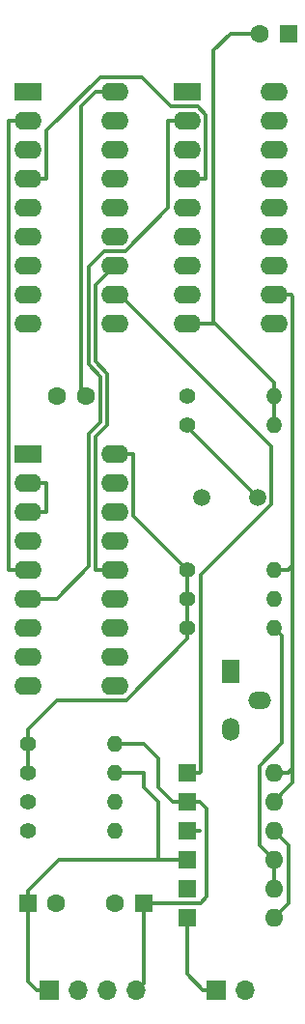
<source format=gbr>
G04 #@! TF.GenerationSoftware,KiCad,Pcbnew,(5.1.5)-3*
G04 #@! TF.CreationDate,2020-03-10T17:09:28+00:00*
G04 #@! TF.ProjectId,PC-SPRINT,50432d53-5052-4494-9e54-2e6b69636164,rev?*
G04 #@! TF.SameCoordinates,Original*
G04 #@! TF.FileFunction,Copper,L1,Top*
G04 #@! TF.FilePolarity,Positive*
%FSLAX46Y46*%
G04 Gerber Fmt 4.6, Leading zero omitted, Abs format (unit mm)*
G04 Created by KiCad (PCBNEW (5.1.5)-3) date 2020-03-10 17:09:28*
%MOMM*%
%LPD*%
G04 APERTURE LIST*
%ADD10C,1.500000*%
%ADD11O,1.400000X1.400000*%
%ADD12C,1.400000*%
%ADD13O,2.400000X1.600000*%
%ADD14R,2.400000X1.600000*%
%ADD15C,1.600000*%
%ADD16O,1.700000X1.700000*%
%ADD17R,1.700000X1.700000*%
%ADD18R,1.600000X1.600000*%
%ADD19O,1.600000X1.600000*%
%ADD20O,1.500000X2.000000*%
%ADD21R,1.500000X2.000000*%
%ADD22O,2.000000X1.500000*%
%ADD23C,0.304800*%
G04 APERTURE END LIST*
D10*
X154760000Y-97790000D03*
X149860000Y-97790000D03*
D11*
X156210000Y-88900000D03*
D12*
X148590000Y-88900000D03*
D11*
X156210000Y-91440000D03*
D12*
X148590000Y-91440000D03*
D11*
X156210000Y-104140000D03*
D12*
X148590000Y-104140000D03*
D11*
X142240000Y-119380000D03*
D12*
X134620000Y-119380000D03*
D11*
X142240000Y-121920000D03*
D12*
X134620000Y-121920000D03*
D13*
X142240000Y-62230000D03*
X134620000Y-82550000D03*
X142240000Y-64770000D03*
X134620000Y-80010000D03*
X142240000Y-67310000D03*
X134620000Y-77470000D03*
X142240000Y-69850000D03*
X134620000Y-74930000D03*
X142240000Y-72390000D03*
X134620000Y-72390000D03*
X142240000Y-74930000D03*
X134620000Y-69850000D03*
X142240000Y-77470000D03*
X134620000Y-67310000D03*
X142240000Y-80010000D03*
X134620000Y-64770000D03*
X142240000Y-82550000D03*
D14*
X134620000Y-62230000D03*
D13*
X156210000Y-62230000D03*
X148590000Y-82550000D03*
X156210000Y-64770000D03*
X148590000Y-80010000D03*
X156210000Y-67310000D03*
X148590000Y-77470000D03*
X156210000Y-69850000D03*
X148590000Y-74930000D03*
X156210000Y-72390000D03*
X148590000Y-72390000D03*
X156210000Y-74930000D03*
X148590000Y-69850000D03*
X156210000Y-77470000D03*
X148590000Y-67310000D03*
X156210000Y-80010000D03*
X148590000Y-64770000D03*
X156210000Y-82550000D03*
D14*
X148590000Y-62230000D03*
D13*
X142240000Y-93980000D03*
X134620000Y-114300000D03*
X142240000Y-96520000D03*
X134620000Y-111760000D03*
X142240000Y-99060000D03*
X134620000Y-109220000D03*
X142240000Y-101600000D03*
X134620000Y-106680000D03*
X142240000Y-104140000D03*
X134620000Y-104140000D03*
X142240000Y-106680000D03*
X134620000Y-101600000D03*
X142240000Y-109220000D03*
X134620000Y-99060000D03*
X142240000Y-111760000D03*
X134620000Y-96520000D03*
X142240000Y-114300000D03*
D14*
X134620000Y-93980000D03*
D15*
X137200000Y-88900000D03*
X139700000Y-88900000D03*
D11*
X156210000Y-109220000D03*
D12*
X148590000Y-109220000D03*
D11*
X156210000Y-106680000D03*
D12*
X148590000Y-106680000D03*
D11*
X142240000Y-124460000D03*
D12*
X134620000Y-124460000D03*
D11*
X142240000Y-127000000D03*
D12*
X134620000Y-127000000D03*
D16*
X144145000Y-140970000D03*
X141605000Y-140970000D03*
X139065000Y-140970000D03*
D17*
X136525000Y-140970000D03*
D15*
X137120000Y-133350000D03*
D18*
X134620000Y-133350000D03*
D15*
X154980000Y-57150000D03*
D18*
X157480000Y-57150000D03*
D15*
X142280000Y-133350000D03*
D18*
X144780000Y-133350000D03*
D19*
X156210000Y-121920000D03*
D18*
X148590000Y-121920000D03*
D19*
X156210000Y-124460000D03*
D18*
X148590000Y-124460000D03*
D20*
X152400000Y-118110000D03*
D21*
X152400000Y-113030000D03*
D22*
X154940000Y-115570000D03*
D16*
X153670000Y-140970000D03*
D17*
X151130000Y-140970000D03*
D19*
X156210000Y-132080000D03*
D18*
X148590000Y-132080000D03*
D19*
X156210000Y-129540000D03*
D18*
X148590000Y-129540000D03*
D19*
X156210000Y-134620000D03*
D18*
X148590000Y-134620000D03*
D19*
X156210000Y-127000000D03*
D18*
X148590000Y-127000000D03*
D23*
X142240000Y-93980000D02*
X143897500Y-93980000D01*
X143897500Y-99447500D02*
X148590000Y-104140000D01*
X143897500Y-93980000D02*
X143897500Y-99447500D01*
X139311700Y-88511700D02*
X139700000Y-88900000D01*
X139311700Y-63500800D02*
X139311700Y-88511700D01*
X140582500Y-62230000D02*
X139311700Y-63500800D01*
X142240000Y-62230000D02*
X140582500Y-62230000D01*
X134620000Y-121920000D02*
X134620000Y-119380000D01*
X134620000Y-118110000D02*
X137160000Y-115570000D01*
X148590000Y-110209949D02*
X148590000Y-109220000D01*
X143229949Y-115570000D02*
X148590000Y-110209949D01*
X137160000Y-115570000D02*
X143229949Y-115570000D01*
X148590000Y-109220000D02*
X148590000Y-106680000D01*
X148590000Y-106680000D02*
X148590000Y-104140000D01*
X134620000Y-118110000D02*
X134620000Y-119380000D01*
X156210000Y-88900000D02*
X156210000Y-91440000D01*
X148590000Y-82550000D02*
X150247500Y-82550000D01*
X156210000Y-88900000D02*
X156210000Y-87742500D01*
X150897300Y-82550000D02*
X150247500Y-82550000D01*
X151017500Y-82550000D02*
X156210000Y-87742500D01*
X150897300Y-82550000D02*
X151017500Y-82550000D01*
X150897300Y-82550000D02*
X150897300Y-58652700D01*
X150897300Y-58652700D02*
X152400000Y-57150000D01*
X152400000Y-57150000D02*
X154980000Y-57150000D01*
X147485200Y-129540000D02*
X148590000Y-129540000D01*
X134620000Y-132245200D02*
X137325200Y-129540000D01*
X134620000Y-133350000D02*
X134620000Y-132245200D01*
X137325200Y-129540000D02*
X138430000Y-129540000D01*
X142240000Y-121920000D02*
X144780000Y-121920000D01*
X144780000Y-121920000D02*
X144780000Y-123190000D01*
X146050000Y-124460000D02*
X146050000Y-129540000D01*
X144780000Y-123190000D02*
X146050000Y-124460000D01*
X138430000Y-129540000D02*
X146050000Y-129540000D01*
X146050000Y-129540000D02*
X147485200Y-129540000D01*
X135370200Y-140970000D02*
X136525000Y-140970000D01*
X134620000Y-140219800D02*
X135370200Y-140970000D01*
X134620000Y-133350000D02*
X134620000Y-140219800D01*
X144145000Y-141037919D02*
X144780000Y-140402919D01*
X150304410Y-125069610D02*
X149694800Y-124460000D01*
X150304410Y-132788552D02*
X150304410Y-125069610D01*
X149694800Y-124460000D02*
X148590000Y-124460000D01*
X149742962Y-133350000D02*
X150304410Y-132788552D01*
X144780000Y-133350000D02*
X149742962Y-133350000D01*
X147485200Y-124460000D02*
X148590000Y-124460000D01*
X144780000Y-119380000D02*
X146050000Y-120650000D01*
X142240000Y-119380000D02*
X144780000Y-119380000D01*
X146050000Y-120650000D02*
X146050000Y-123190000D01*
X146050000Y-123190000D02*
X147320000Y-124460000D01*
X147320000Y-124460000D02*
X147485200Y-124460000D01*
X144780000Y-140335000D02*
X144145000Y-140970000D01*
X144780000Y-133350000D02*
X144780000Y-140335000D01*
X142640000Y-80010000D02*
X142240000Y-80010000D01*
X155967201Y-93337201D02*
X142640000Y-80010000D01*
X155967201Y-98369457D02*
X155967201Y-93337201D01*
X149694800Y-121920000D02*
X148590000Y-121920000D01*
X149747201Y-104589457D02*
X149747201Y-121867599D01*
X149747201Y-121867599D02*
X149694800Y-121920000D01*
X155967201Y-98369457D02*
X149747201Y-104589457D01*
X157714800Y-80010000D02*
X157867210Y-80162410D01*
X156210000Y-80010000D02*
X157714800Y-80010000D01*
X156210000Y-121920000D02*
X157480000Y-121920000D01*
X157480000Y-121920000D02*
X157867210Y-121532790D01*
X157867210Y-121532790D02*
X157867210Y-122802790D01*
X156210000Y-104140000D02*
X157480000Y-104140000D01*
X157480000Y-104140000D02*
X157867210Y-103752790D01*
X157867210Y-80162410D02*
X157867210Y-103752790D01*
X157867210Y-103752790D02*
X157867210Y-121532790D01*
X157009999Y-123660001D02*
X156210000Y-124460000D01*
X157867210Y-122802790D02*
X157009999Y-123660001D01*
X148590000Y-91620000D02*
X148590000Y-91440000D01*
X154760000Y-97790000D02*
X148590000Y-91620000D01*
X132962500Y-104140000D02*
X132962500Y-64770000D01*
X134620000Y-104140000D02*
X132962500Y-104140000D01*
X134620000Y-64770000D02*
X132962500Y-64770000D01*
X140538700Y-79171300D02*
X142240000Y-77470000D01*
X140538700Y-85908000D02*
X140538700Y-79171300D01*
X141587600Y-86956900D02*
X140538700Y-85908000D01*
X141587600Y-91493300D02*
X141587600Y-86956900D01*
X140582500Y-92498400D02*
X141587600Y-91493300D01*
X140582500Y-104140000D02*
X140582500Y-92498400D01*
X142240000Y-104140000D02*
X140582500Y-104140000D01*
X136277500Y-65672300D02*
X136277500Y-69850000D01*
X140997500Y-60952300D02*
X136277500Y-65672300D01*
X144604100Y-60952300D02*
X140997500Y-60952300D01*
X147139400Y-63487600D02*
X144604100Y-60952300D01*
X149488300Y-63487600D02*
X147139400Y-63487600D01*
X150247500Y-64246800D02*
X149488300Y-63487600D01*
X150247500Y-69850000D02*
X150247500Y-64246800D01*
X148590000Y-69850000D02*
X150247500Y-69850000D01*
X134620000Y-69850000D02*
X136277500Y-69850000D01*
X146932500Y-64770000D02*
X148590000Y-64770000D01*
X137160000Y-106680000D02*
X139972890Y-103867110D01*
X139972890Y-103867110D02*
X139972891Y-92245891D01*
X140970000Y-91248782D02*
X140970000Y-87201418D01*
X134620000Y-106680000D02*
X137160000Y-106680000D01*
X140970000Y-87201418D02*
X139921700Y-86153118D01*
X139972891Y-92245891D02*
X140970000Y-91248782D01*
X139921700Y-86153118D02*
X139921700Y-77598700D01*
X139921700Y-77598700D02*
X141320400Y-76200000D01*
X146932500Y-72440300D02*
X146932500Y-64770000D01*
X141320400Y-76200000D02*
X143172800Y-76200000D01*
X143172800Y-76200000D02*
X146932500Y-72440300D01*
X136277500Y-99060000D02*
X136277500Y-96520000D01*
X134620000Y-99060000D02*
X136277500Y-99060000D01*
X134620000Y-96520000D02*
X136277500Y-96520000D01*
X157467201Y-128257201D02*
X157009999Y-127799999D01*
X157467201Y-133362799D02*
X157467201Y-128257201D01*
X157009999Y-127799999D02*
X156210000Y-127000000D01*
X156210000Y-134620000D02*
X157467201Y-133362799D01*
X149694800Y-127000000D02*
X148590000Y-127000000D01*
X149975200Y-140970000D02*
X151130000Y-140970000D01*
X148590000Y-139584800D02*
X149975200Y-140970000D01*
X148590000Y-134620000D02*
X148590000Y-139584800D01*
X155410001Y-128740001D02*
X156210000Y-129540000D01*
X154952799Y-128282799D02*
X155410001Y-128740001D01*
X154952799Y-121316543D02*
X154952799Y-128282799D01*
X156909999Y-119359343D02*
X154952799Y-121316543D01*
X156909999Y-109919999D02*
X156909999Y-119359343D01*
X156210000Y-109220000D02*
X156909999Y-109919999D01*
X156210000Y-132080000D02*
X156210000Y-129540000D01*
M02*

</source>
